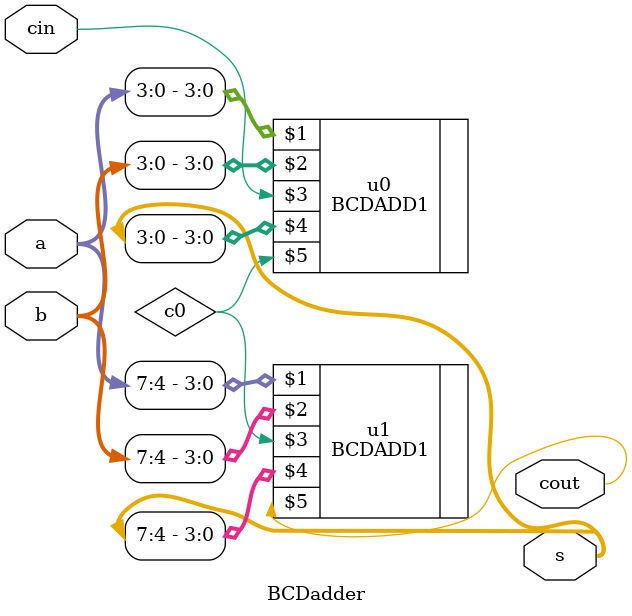
<source format=v>
module BCDadder(a,b,cin,s,cout);

input [7:0] a,b;
input cin;
output [7:0] s;
output cout;
wire c0;

BCDADD1 u0(a[3:0],b[3:0],cin,s[3:0],c0);
BCDADD1 u1(a[7:4],b[7:4],c0,s[7:4],cout);

endmodule
</source>
